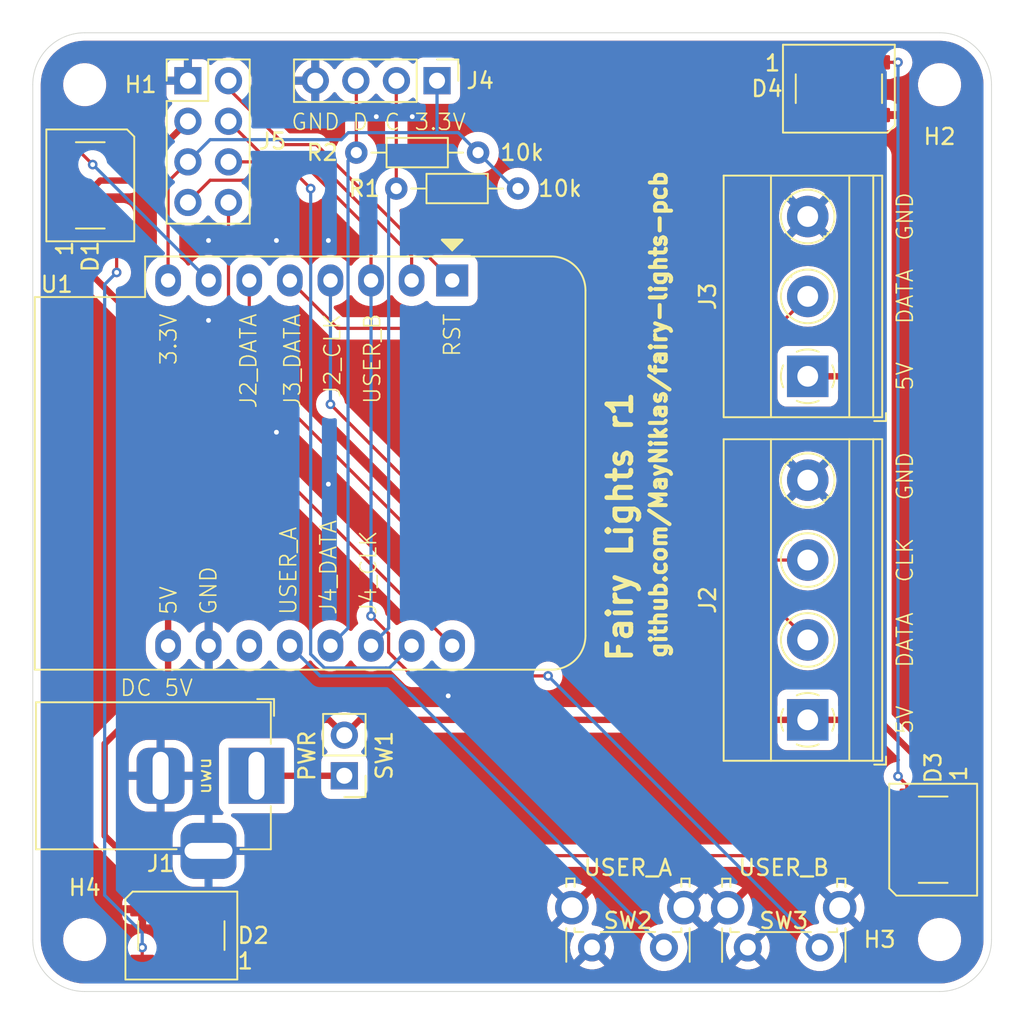
<source format=kicad_pcb>
(kicad_pcb (version 20240108) (generator "pcbnew") (generator_version "8.0")
  (title_block (title "Fairy Lights") (date "2024-11-08") (rev "1") (company "WASPS"))
  (layers (0 "F.Cu" signal) (31 "B.Cu" signal) (34 "B.Paste" user) (35 "F.Paste" user) (36 "B.SilkS" user "B.Silkscreen") (37 "F.SilkS" user "F.Silkscreen") (38 "B.Mask" user) (39 "F.Mask" user) (44 "Edge.Cuts" user))
  (net 0 "")
  (net 1 "+5V")
  (net 2 "GND")
  (net 3 "Net-(J2-DATA)")
  (net 4 "Net-(J2-CLK)")
  (net 5 "+3.3V")
  (net 6 "Net-(J3-DATA)")
  (net 7 "Net-(D1-DOUT)")
  (net 8 "Net-(D1-DIN)")
  (net 9 "UC_TX")
  (net 10 "UC_RST")
  (net 11 "UC_RX")
  (net 12 "UC_A0")
  (net 13 "UC_D0")
  (net 14 "Net-(U1-D3)")
  (net 16 "Net-(J4-CLK)")
  (net 17 "Net-(J4-DATA)")
  (net 18 "/5V_RAW")
  (net 19 "Net-(D2-DOUT)")
  (net 20 "Net-(D3-DOUT)")
  (footprint "Resistor_THT:R_Axial_DIN0204_L3.6mm_D1.6mm_P7.62mm_Horizontal" (layer "F.Cu") (at 87.87 67.5 180)
    (property "Reference" "R2" (at 9.75 0 0) (layer "F.SilkS"))
    (property "Value" "10k" (at -2.75 0 0) (layer "F.SilkS"))
    (fp_line (start 6.68 0) (end 5.73 0) (stroke (width 0.12)) (layer "F.SilkS"))
    (fp_line (start 5.73 0.92) (end 5.73 -0.92) (stroke (width 0.12)) (layer "F.SilkS"))
    (fp_line (start 5.73 -0.92) (end 1.89 -0.92) (stroke (width 0.12)) (layer "F.SilkS"))
    (fp_line (start 1.89 0.92) (end 5.73 0.92) (stroke (width 0.12)) (layer "F.SilkS"))
    (fp_line (start 1.89 -0.92) (end 1.89 0.92) (stroke (width 0.12)) (layer "F.SilkS"))
    (fp_line (start 0.94 0) (end 1.89 0) (stroke (width 0.12)) (layer "F.SilkS"))
    (pad "1" thru_hole circle (at 0 0 180) (size 1.4 1.4) (drill 0.7) (layers "*.Cu" "*.Mask") (net 5 "+3.3V"))
    (pad "2" thru_hole oval (at 7.62 0 180) (size 1.4 1.4) (drill 0.7) (layers "*.Cu" "*.Mask") (net 17 "Net-(J4-DATA)"))
  )
  (footprint "Resistor_THT:R_Axial_DIN0204_L3.6mm_D1.6mm_P7.62mm_Horizontal" (layer "F.Cu") (at 82.75 69.75)
    (property "Reference" "R1" (at -2 0 0) (layer "F.SilkS"))
    (property "Value" "10k" (at 10.25 0 0) (layer "F.SilkS"))
    (fp_line (start 0.94 0) (end 1.89 0) (stroke (width 0.12)) (layer "F.SilkS"))
    (fp_line (start 1.89 -0.92) (end 1.89 0.92) (stroke (width 0.12)) (layer "F.SilkS"))
    (fp_line (start 1.89 0.92) (end 5.73 0.92) (stroke (width 0.12)) (layer "F.SilkS"))
    (fp_line (start 5.73 -0.92) (end 1.89 -0.92) (stroke (width 0.12)) (layer "F.SilkS"))
    (fp_line (start 5.73 0.92) (end 5.73 -0.92) (stroke (width 0.12)) (layer "F.SilkS"))
    (fp_line (start 6.68 0) (end 5.73 0) (stroke (width 0.12)) (layer "F.SilkS"))
    (pad "1" thru_hole circle (at 0 0) (size 1.4 1.4) (drill 0.7) (layers "*.Cu" "*.Mask") (net 16 "Net-(J4-CLK)"))
    (pad "2" thru_hole oval (at 7.62 0) (size 1.4 1.4) (drill 0.7) (layers "*.Cu" "*.Mask") (net 5 "+3.3V"))
  )
  (footprint "LED_SMD:LED_WS2812B_PLCC4_5.0x5.0mm_P3.2mm" (layer "F.Cu") (at 63.6 69.55 90)
    (property "Reference" "D1" (at -4.45 0 90) (layer "F.SilkS"))
    (property "Value" "WS2812B")
    (fp_line (start -3.5 -2.75) (end 3.5 -2.75) (stroke (width 0.12)) (layer "F.SilkS"))
    (fp_line (start -3.5 -2.75) (end -3.5 2.75) (stroke (width 0.12)) (layer "F.SilkS"))
    (fp_line (start 2.7 0.9) (end 2.7 -0.9) (stroke (width 0.12)) (layer "F.SilkS"))
    (fp_line (start -2.7 0.9) (end -2.7 -0.9) (stroke (width 0.12)) (layer "F.SilkS"))
    (fp_line (start 3.5 2.3) (end 3.5 -2.75) (stroke (width 0.12)) (layer "F.SilkS"))
    (fp_line (start 3.05 2.75) (end 3.5 2.3) (stroke (width 0.12)) (layer "F.SilkS"))
    (fp_line (start -3.5 2.75) (end 3.05 2.75) (stroke (width 0.12)) (layer "F.SilkS"))
    (fp_text user "1" (at -3.95 -1.6 90) (layer "F.SilkS"))
    (pad "1" smd roundrect (at -2.45 -1.65 90) (size 1.5 0.9) (layers "F.Cu" "F.Paste" "F.Mask") (roundrect_rratio 0.1) (net 1 "+5V"))
    (pad "2" smd roundrect (at -2.45 1.65 90) (size 1.5 0.9) (layers "F.Cu" "F.Paste" "F.Mask") (roundrect_rratio 0.1) (net 7 "Net-(D1-DOUT)"))
    (pad "3" smd roundrect (at 2.45 1.65 90) (size 1.5 0.9) (layers "F.Cu" "F.Paste" "F.Mask") (roundrect_rratio 0.1) (net 2 "GND"))
    (pad "4" smd roundrect (at 2.45 -1.65 90) (size 1.5 0.9) (layers "F.Cu" "F.Paste" "F.Mask") (roundrect_rratio 0.1) (net 8 "Net-(D1-DIN)"))
  )
  (footprint "CustomLibrary:BarrelJack_Horizontal" (layer "F.Cu") (at 74 106.5)
    (property "Reference" "J1" (at -6 5.5 0) (layer "F.SilkS"))
    (property "Value" "Power_Jack")
    (fp_line (start -13.8 -4.6) (end 0.9 -4.6) (stroke (width 0.12)) (layer "F.SilkS"))
    (fp_line (start -13.8 4.6) (end -13.8 -4.6) (stroke (width 0.12)) (layer "F.SilkS"))
    (fp_line (start -5 4.6) (end -13.8 4.6) (stroke (width 0.12)) (layer "F.SilkS"))
    (fp_line (start 0.05 -4.8) (end 1.1 -4.8) (stroke (width 0.12)) (layer "F.SilkS"))
    (fp_line (start 0.9 -4.6) (end 0.9 -2) (stroke (width 0.12)) (layer "F.SilkS"))
    (fp_line (start 0.9 1.9) (end 0.9 4.6) (stroke (width 0.12)) (layer "F.SilkS"))
    (fp_line (start 0.9 4.6) (end -1 4.6) (stroke (width 0.12)) (layer "F.SilkS"))
    (fp_line (start 1.1 -3.75) (end 1.1 -4.8) (stroke (width 0.12)) (layer "F.SilkS"))
    (pad "1" thru_hole rect (at 0 0) (size 3.5 3.5) (drill oval 1 3) (layers "*.Cu" "*.Mask") (net 18 "/5V_RAW"))
    (pad "2" thru_hole roundrect (at -6 0) (size 3 3.5) (drill oval 1 3) (layers "*.Cu" "*.Mask") (net 2 "GND"))
    (pad "3" thru_hole roundrect (at -3 4.7) (size 3.5 3.5) (drill oval 3 1) (layers "*.Cu" "*.Mask") (net 2 "GND"))
  )
  (footprint "CustomLibrary:SW_Tactile_SPST_Angled_PTS645Vx31-2LFS_SH" (layer "F.Cu") (at 99.5 117.2441 180)
    (property "Reference" "SW2" (at 2.25 1.68 180) (layer "F.SilkS"))
    (property "Value" "USER_A" (at 2.25 4.9941 180) (layer "F.SilkS"))
    (fp_line (start 6.11 3.8) (end 6.11 4.31) (stroke (width 0.12)) (layer "F.SilkS"))
    (fp_line (start 6.11 -0.9) (end 6.11 1.2) (stroke (width 0.12)) (layer "F.SilkS"))
    (fp_line (start 5.59 4.31) (end 6.11 4.31) (stroke (width 0.12)) (layer "F.SilkS"))
    (fp_line (start 5.59 3.8) (end 5.59 4.31) (stroke (width 0.12)) (layer "F.SilkS"))
    (fp_line (start 5.59 0.97) (end 5.59 1.2) (stroke (width 0.12)) (layer "F.SilkS"))
    (fp_line (start 5.05 0.97) (end 5.59 0.97) (stroke (width 0.12)) (layer "F.SilkS"))
    (fp_line (start 0.55 0.97) (end 3.95 0.97) (stroke (width 0.12)) (layer "F.SilkS"))
    (fp_line (start -1.09 3.8) (end -1.09 4.31) (stroke (width 0.12)) (layer "F.SilkS"))
    (fp_line (start -1.09 0.97) (end -0.55 0.97) (stroke (width 0.12)) (layer "F.SilkS"))
    (fp_line (start -1.09 0.97) (end -1.09 1.2) (stroke (width 0.12)) (layer "F.SilkS"))
    (fp_line (start -1.61 4.31) (end -1.09 4.31) (stroke (width 0.12)) (layer "F.SilkS"))
    (fp_line (start -1.61 3.8) (end -1.61 4.31) (stroke (width 0.12)) (layer "F.SilkS"))
    (fp_line (start -1.61 -0.9) (end -1.61 1.2) (stroke (width 0.12)) (layer "F.SilkS"))
    (pad "1" thru_hole circle (at 0 0 180) (size 1.75 1.75) (drill 0.99) (layers "*.Cu" "*.Mask") (net 14 "Net-(U1-D3)"))
    (pad "2" thru_hole circle (at 4.5 0 180) (size 1.75 1.75) (drill 0.99) (layers "*.Cu" "*.Mask") (net 2 "GND"))
    (pad "SH" thru_hole circle (at -1.25 2.49 180) (size 2.1 2.1) (drill 1.3) (layers "*.Cu" "*.Mask") (net 2 "GND"))
    (pad "SH" thru_hole circle (at 5.76 2.49 180) (size 2.1 2.1) (drill 1.3) (layers "*.Cu" "*.Mask") (net 2 "GND"))
  )
  (footprint "CustomLibrary:TerminalBlock_LED_Strand_1x03" (layer "F.Cu") (at 108.5 81.5 90)
    (property "Reference" "J3" (at 5 -6.26 90) (layer "F.SilkS"))
    (property "Value" "Conn_LED_Strand_WS2812")
    (fp_line (start 12.56 -5.261) (end 12.56 4.66) (stroke (width 0.12)) (layer "F.SilkS"))
    (fp_line (start -2.56 -5.261) (end 12.56 -5.261) (stroke (width 0.12)) (layer "F.SilkS"))
    (fp_line (start -2.56 -5.261) (end -2.56 4.66) (stroke (width 0.12)) (layer "F.SilkS"))
    (fp_line (start -2.56 -2.301) (end 12.56 -2.301) (stroke (width 0.12)) (layer "F.SilkS"))
    (fp_line (start 11.07 -1.275) (end 11.035 -1.239) (stroke (width 0.12)) (layer "F.SilkS"))
    (fp_line (start 6.07 -1.275) (end 6.035 -1.239) (stroke (width 0.12)) (layer "F.SilkS"))
    (fp_line (start 11.275 -1.069) (end 11.228 -1.023) (stroke (width 0.12)) (layer "F.SilkS"))
    (fp_line (start 6.275 -1.069) (end 6.228 -1.023) (stroke (width 0.12)) (layer "F.SilkS"))
    (fp_line (start 8.773 1.023) (end 8.726 1.069) (stroke (width 0.12)) (layer "F.SilkS"))
    (fp_line (start 3.773 1.023) (end 3.726 1.069) (stroke (width 0.12)) (layer "F.SilkS"))
    (fp_line (start 8.966 1.239) (end 8.931 1.274) (stroke (width 0.12)) (layer "F.SilkS"))
    (fp_line (start 3.966 1.239) (end 3.931 1.274) (stroke (width 0.12)) (layer "F.SilkS"))
    (fp_line (start -2.56 2.6) (end 12.56 2.6) (stroke (width 0.12)) (layer "F.SilkS"))
    (fp_line (start -2.56 4.1) (end 12.56 4.1) (stroke (width 0.12)) (layer "F.SilkS"))
    (fp_line (start -2.8 4.16) (end -2.8 4.9) (stroke (width 0.12)) (layer "F.SilkS"))
    (fp_line (start -2.56 4.66) (end 12.56 4.66) (stroke (width 0.12)) (layer "F.SilkS"))
    (fp_line (start -2.8 4.9) (end -2.3 4.9) (stroke (width 0.12)) (layer "F.SilkS"))
    (fp_arc (start -0.683042 -1.535427) (mid 0.000524 -1.680501) (end 0.684 -1.535) (stroke (width 0.12)) (layer "F.SilkS"))
    (fp_arc (start 1.535427 -0.683042) (mid 1.680501 0.000524) (end 1.535 0.684) (stroke (width 0.12)) (layer "F.SilkS"))
    (fp_arc (start -1.535427 0.683042) (mid -1.680501 -0.000524) (end -1.535 -0.684) (stroke (width 0.12)) (layer "F.SilkS"))
    (fp_arc (start 0.683318 1.534756) (mid 0.349292 1.643288) (end 0 1.68) (stroke (width 0.12)) (layer "F.SilkS"))
    (fp_arc (start 0.028805 1.680253) (mid -0.335551 1.646659) (end -0.684 1.535) (stroke (width 0.12)) (layer "F.SilkS"))
    (fp_circle (center 10 0) (end 11.68 0) (stroke (width 0.12)) (fill none) (layer "F.SilkS"))
    (fp_circle (center 5 0) (end 6.68 0) (stroke (width 0.12)) (fill none) (layer "F.SilkS"))
    (pad "1" thru_hole rect (at 0 0 90) (size 2.6 2.6) (drill 1.3) (layers "*.Cu" "*.Mask") (net 1 "+5V"))
    (pad "2" thru_hole circle (at 5 0 90) (size 2.6 2.6) (drill 1.3) (layers "*.Cu" "*.Mask") (net 6 "Net-(J3-DATA)"))
    (pad "3" thru_hole circle (at 10 0 90) (size 2.6 2.6) (drill 1.3) (layers "*.Cu" "*.Mask") (net 2 "GND"))
  )
  (footprint "MountingHole:MountingHole_2.2mm_M2" (layer "F.Cu") (at 116.75 116.75)
    (property "Reference" "H3" (at -3.75 0 0) (layer "F.SilkS"))
    (property "Value" "MountingHole")
    (pad "" np_thru_hole circle (at 0 0) (size 2.2 2.2) (drill 2.2) (layers "*.Cu" "*.Mask"))
  )
  (footprint "LED_SMD:LED_WS2812B_PLCC4_5.0x5.0mm_P3.2mm" (layer "F.Cu") (at 110.45 63.5)
    (property "Reference" "D4" (at -4.5 0 0) (layer "F.SilkS"))
    (property "Value" "WS2812B")
    (fp_line (start -3.5 -2.75) (end -3.5 2.75) (stroke (width 0.12)) (layer "F.SilkS"))
    (fp_line (start -3.5 -2.75) (end 3.5 -2.75) (stroke (width 0.12)) (layer "F.SilkS"))
    (fp_line (start -3.5 2.75) (end 3.05 2.75) (stroke (width 0.12)) (layer "F.SilkS"))
    (fp_line (start -2.7 0.9) (end -2.7 -0.9) (stroke (width 0.12)) (layer "F.SilkS"))
    (fp_line (start 2.7 0.9) (end 2.7 -0.9) (stroke (width 0.12)) (layer "F.SilkS"))
    (fp_line (start 3.05 2.75) (end 3.5 2.3) (stroke (width 0.12)) (layer "F.SilkS"))
    (fp_line (start 3.5 2.3) (end 3.5 -2.75) (stroke (width 0.12)) (layer "F.SilkS"))
    (fp_text user "1" (at -4.15 -1.6 0) (layer "F.SilkS"))
    (pad "1" smd roundrect (at -2.45 -1.65) (size 1.5 0.9) (layers "F.Cu" "F.Paste" "F.Mask") (roundrect_rratio 0.1) (net 1 "+5V"))
    (pad "2" smd roundrect (at -2.45 1.65) (size 1.5 0.9) (layers "F.Cu" "F.Paste" "F.Mask") (roundrect_rratio 0.1))
    (pad "3" smd roundrect (at 2.45 1.65) (size 1.5 0.9) (layers "F.Cu" "F.Paste" "F.Mask") (roundrect_rratio 0.1) (net 2 "GND"))
    (pad "4" smd roundrect (at 2.45 -1.65) (size 1.5 0.9) (layers "F.Cu" "F.Paste" "F.Mask") (roundrect_rratio 0.1) (net 20 "Net-(D3-DOUT)"))
  )
  (footprint "MountingHole:MountingHole_2.2mm_M2" (layer "F.Cu") (at 116.75 63.25)
    (property "Reference" "H2" (at 0 3.25 0) (layer "F.SilkS"))
    (property "Value" "MountingHole")
    (pad "" np_thru_hole circle (at 0 0) (size 2.2 2.2) (drill 2.2) (layers "*.Cu" "*.Mask"))
  )
  (footprint "CustomLibrary:WEMOS_D1_mini_light" (layer "F.Cu") (at 86.25 75.5 -90)
    (property "Reference" "U1" (at 0.25 24.75 0) (layer "F.SilkS"))
    (property "Value" "WeMos_D1_mini")
    (fp_line (start 1.04 26.12) (end 24.36 26.12) (stroke (width 0.12)) (layer "F.SilkS"))
    (fp_line (start 24.36 26.12) (end 24.36 -6.21) (stroke (width 0.12)) (layer "F.SilkS"))
    (fp_line (start -1.5 19.22) (end 1.04 19.22) (stroke (width 0.12)) (layer "F.SilkS"))
    (fp_line (start -1.5 19.22) (end -1.5 -6.21) (stroke (width 0.12)) (layer "F.SilkS"))
    (fp_line (start 1.04 19.22) (end 1.04 26.12) (stroke (width 0.12)) (layer "F.SilkS"))
    (fp_line (start 22.24 -8.34) (end 0.63 -8.34) (stroke (width 0.12)) (layer "F.SilkS"))
    (fp_arc (start -1.5 -6.21) (mid -0.876137 -7.716137) (end 0.63 -8.34) (stroke (width 0.12)) (layer "F.SilkS"))
    (fp_arc (start 22.23 -8.34) (mid 23.736137 -7.716137) (end 24.36 -6.21) (stroke (width 0.12)) (layer "F.SilkS"))
    (fp_poly (pts (xy -2.54 -0.635) (xy -2.54 0.635) (xy -1.905 0)) (stroke (width 0.15)) (fill solid) (layer "F.SilkS"))
    (pad "1" thru_hole rect (at 0 0 270) (size 2 2) (drill 0.9) (layers "*.Cu" "*.Mask") (net 10 "UC_RST"))
    (pad "2" thru_hole oval (at 0 2.54 270) (size 2 1.6) (drill 0.9) (layers "*.Cu" "*.Mask") (net 12 "UC_A0"))
    (pad "3" thru_hole oval (at 0 5.08 270) (size 2 1.6) (drill 0.9) (layers "*.Cu" "*.Mask") (net 13 "UC_D0"))
    (pad "4" thru_hole oval (at 0 7.62 270) (size 2 1.6) (drill 0.9) (layers "*.Cu" "*.Mask") (net 4 "Net-(J2-CLK)"))
    (pad "5" thru_hole oval (at 0 10.16 270) (size 2 1.6) (drill 0.9) (layers "*.Cu" "*.Mask") (net 6 "Net-(J3-DATA)"))
    (pad "6" thru_hole oval (at 0 12.7 270) (size 2 1.6) (drill 0.9) (layers "*.Cu" "*.Mask") (net 3 "Net-(J2-DATA)"))
    (pad "7" thru_hole oval (at 0 15.24 270) (size 2 1.6) (drill 0.9) (layers "*.Cu" "*.Mask") (net 8 "Net-(D1-DIN)"))
    (pad "8" thru_hole oval (at 0 17.78 270) (size 2 1.6) (drill 0.9) (layers "*.Cu" "*.Mask") (net 5 "+3.3V"))
    (pad "9" thru_hole oval (at 22.86 17.78 270) (size 2 1.6) (drill 0.9) (layers "*.Cu" "*.Mask") (net 1 "+5V"))
    (pad "10" thru_hole oval (at 22.86 15.24 270) (size 2 1.6) (drill 0.9) (layers "*.Cu" "*.Mask") (net 2 "GND"))
    (pad "11" thru_hole oval (at 22.86 12.7 270) (size 2 1.6) (drill 0.9) (layers "*.Cu" "*.Mask"))
    (pad "12" thru_hole oval (at 22.86 10.16 270) (size 2 1.6) (drill 0.9) (layers "*.Cu" "*.Mask") (net 14 "Net-(U1-D3)"))
    (pad "13" thru_hole oval (at 22.86 7.62 270) (size 2 1.6) (drill 0.9) (layers "*.Cu" "*.Mask") (net 17 "Net-(J4-DATA)"))
    (pad "14" thru_hole oval (at 22.86 5.08 270) (size 2 1.6) (drill 0.9) (layers "*.Cu" "*.Mask") (net 16 "Net-(J4-CLK)"))
    (pad "15" thru_hole oval (at 22.86 2.54 270) (size 2 1.6) (drill 0.9) (layers "*.Cu" "*.Mask") (net 11 "UC_RX"))
    (pad "16" thru_hole oval (at 22.86 0 270) (size 2 1.6) (drill 0.9) (layers "*.Cu" "*.Mask") (net 9 "UC_TX"))
  )
  (footprint "MountingHole:MountingHole_2.2mm_M2" (layer "F.Cu") (at 63.25 63.25)
    (property "Reference" "H1" (at 3.5 0 0) (layer "F.SilkS"))
    (property "Value" "MountingHole")
    (pad "" np_thru_hole circle (at 0 0) (size 2.2 2.2) (drill 2.2) (layers "*.Cu" "*.Mask"))
  )
  (footprint "Connector_PinHeader_2.54mm:PinHeader_2x04_P2.54mm_Vertical" (layer "F.Cu") (at 69.71 63)
    (property "Reference" "J5" (at 5.29 3.79 180) (layer "F.SilkS"))
    (property "Value" "Conn_02x04_Top_Bottom")
    (fp_line (start -1.33 -1.33) (end 0 -1.33) (stroke (width 0.12)) (layer "F.SilkS"))
    (fp_line (start -1.33 0) (end -1.33 -1.33) (stroke (width 0.12)) (layer "F.SilkS"))
    (fp_line (start -1.33 1.27) (end -1.33 8.95) (stroke (width 0.12)) (layer "F.SilkS"))
    (fp_line (start -1.33 1.27) (end 1.27 1.27) (stroke (width 0.12)) (layer "F.SilkS"))
    (fp_line (start -1.33 8.95) (end 3.87 8.95) (stroke (width 0.12)) (layer "F.SilkS"))
    (fp_line (start 1.27 -1.33) (end 3.87 -1.33) (stroke (width 0.12)) (layer "F.SilkS"))
    (fp_line (start 1.27 1.27) (end 1.27 -1.33) (stroke (width 0.12)) (layer "F.SilkS"))
    (fp_line (start 3.87 -1.33) (end 3.87 8.95) (stroke (width 0.12)) (layer "F.SilkS"))
    (pad "1" thru_hole rect (at 0 0) (size 1.7 1.7) (drill 1) (layers "*.Cu" "*.Mask") (net 2 "GND"))
    (pad "2" thru_hole oval (at 2.54 0) (size 1.7 1.7) (drill 1) (layers "*.Cu" "*.Mask") (net 10 "UC_RST"))
    (pad "3" thru_hole oval (at 0 2.54) (size 1.7 1.7) (drill 1) (layers "*.Cu" "*.Mask") (net 1 "+5V"))
    (pad "4" thru_hole oval (at 2.54 2.54) (size 1.7 1.7) (drill 1) (layers "*.Cu" "*.Mask") (net 12 "UC_A0"))
    (pad "5" thru_hole oval (at 0 5.08) (size 1.7 1.7) (drill 1) (layers "*.Cu" "*.Mask") (net 5 "+3.3V"))
    (pad "6" thru_hole oval (at 2.54 5.08) (size 1.7 1.7) (drill 1) (layers "*.Cu" "*.Mask") (net 13 "UC_D0"))
    (pad "7" thru_hole oval (at 0 7.62) (size 1.7 1.7) (drill 1) (layers "*.Cu" "*.Mask") (net 11 "UC_RX"))
    (pad "8" thru_hole oval (at 2.54 7.62) (size 1.7 1.7) (drill 1) (layers "*.Cu" "*.Mask") (net 9 "UC_TX"))
  )
  (footprint "CustomLibrary:TerminalBlock_LED_Strand_1x04" (layer "F.Cu") (at 108.5 103 90)
    (property "Reference" "J2" (at 7.5 -6.26 90) (layer "F.SilkS"))
    (property "Value" "Conn_LED_Strand_SPI")
    (fp_line (start 17.561 -5.261) (end 17.561 4.66) (stroke (width 0.12)) (layer "F.SilkS"))
    (fp_line (start -2.56 -5.261) (end 17.561 -5.261) (stroke (width 0.12)) (layer "F.SilkS"))
    (fp_line (start -2.56 -5.261) (end -2.56 4.66) (stroke (width 0.12)) (layer "F.SilkS"))
    (fp_line (start -2.56 -2.301) (end 17.561 -2.301) (stroke (width 0.12)) (layer "F.SilkS"))
    (fp_line (start 16.07 -1.275) (end 16.035 -1.239) (stroke (width 0.12)) (layer "F.SilkS"))
    (fp_line (start 11.07 -1.275) (end 11.035 -1.239) (stroke (width 0.12)) (layer "F.SilkS"))
    (fp_line (start 6.07 -1.275) (end 6.035 -1.239) (stroke (width 0.12)) (layer "F.SilkS"))
    (fp_line (start 16.275 -1.069) (end 16.228 -1.023) (stroke (width 0.12)) (layer "F.SilkS"))
    (fp_line (start 11.275 -1.069) (end 11.228 -1.023) (stroke (width 0.12)) (layer "F.SilkS"))
    (fp_line (start 6.275 -1.069) (end 6.228 -1.023) (stroke (width 0.12)) (layer "F.SilkS"))
    (fp_line (start 13.773 1.023) (end 13.726 1.069) (stroke (width 0.12)) (layer "F.SilkS"))
    (fp_line (start 8.773 1.023) (end 8.726 1.069) (stroke (width 0.12)) (layer "F.SilkS"))
    (fp_line (start 3.773 1.023) (end 3.726 1.069) (stroke (width 0.12)) (layer "F.SilkS"))
    (fp_line (start 13.966 1.239) (end 13.931 1.274) (stroke (width 0.12)) (layer "F.SilkS"))
    (fp_line (start 8.966 1.239) (end 8.931 1.274) (stroke (width 0.12)) (layer "F.SilkS"))
    (fp_line (start 3.966 1.239) (end 3.931 1.274) (stroke (width 0.12)) (layer "F.SilkS"))
    (fp_line (start -2.56 2.6) (end 17.561 2.6) (stroke (width 0.12)) (layer "F.SilkS"))
    (fp_line (start -2.56 4.1) (end 17.561 4.1) (stroke (width 0.12)) (layer "F.SilkS"))
    (fp_line (start -2.8 4.16) (end -2.8 4.9) (stroke (width 0.12)) (layer "F.SilkS"))
    (fp_line (start -2.56 4.66) (end 17.561 4.66) (stroke (width 0.12)) (layer "F.SilkS"))
    (fp_line (start -2.8 4.9) (end -2.3 4.9) (stroke (width 0.12)) (layer "F.SilkS"))
    (fp_arc (start -0.683042 -1.535427) (mid 0.000524 -1.680501) (end 0.684 -1.535) (stroke (width 0.12)) (layer "F.SilkS"))
    (fp_arc (start 1.535427 -0.683042) (mid 1.680501 0.000524) (end 1.535 0.684) (stroke (width 0.12)) (layer "F.SilkS"))
    (fp_arc (start -1.535427 0.683042) (mid -1.680501 -0.000524) (end -1.535 -0.684) (stroke (width 0.12)) (layer "F.SilkS"))
    (fp_arc (start 0.683318 1.534756) (mid 0.349292 1.643288) (end 0 1.68) (stroke (width 0.12)) (layer "F.SilkS"))
    (fp_arc (start 0.028805 1.680253) (mid -0.335551 1.646659) (end -0.684 1.535) (stroke (width 0.12)) (layer "F.SilkS"))
    (fp_circle (center 15 0) (end 16.68 0) (stroke (width 0.12)) (fill none) (layer "F.SilkS"))
    (fp_circle (center 10 0) (end 11.68 0) (stroke (width 0.12)) (fill none) (layer "F.SilkS"))
    (fp_circle (center 5 0) (end 6.68 0) (stroke (width 0.12)) (fill none) (layer "F.SilkS"))
    (pad "1" thru_hole rect (at 0 0 90) (size 2.6 2.6) (drill 1.3) (layers "*.Cu" "*.Mask") (net 1 "+5V"))
    (pad "2" thru_hole circle (at 5 0 90) (size 2.6 2.6) (drill 1.3) (layers "*.Cu" "*.Mask") (net 3 "Net-(J2-DATA)"))
    (pad "3" thru_hole circle (at 10 0 90) (size 2.6 2.6) (drill 1.3) (layers "*.Cu" "*.Mask") (net 4 "Net-(J2-CLK)"))
    (pad "4" thru_hole circle (at 15 0 90) (size 2.6 2.6) (drill 1.3) (layers "*.Cu" "*.Mask") (net 2 "GND"))
  )
  (footprint "MountingHole:MountingHole_2.2mm_M2" (layer "F.Cu") (at 63.25 116.75)
    (property "Reference" "H4" (at 0 -3.25 0) (layer "F.SilkS"))
    (property "Value" "MountingHole")
    (pad "" np_thru_hole circle (at 0 0) (size 2.2 2.2) (drill 2.2) (layers "*.Cu" "*.Mask"))
  )
  (footprint "LED_SMD:LED_WS2812B_PLCC4_5.0x5.0mm_P3.2mm" (layer "F.Cu") (at 116.35 110.5 -90)
    (property "Reference" "D3" (at -4.5 0 90) (layer "F.SilkS"))
    (property "Value" "WS2812B")
    (fp_line (start -3.5 2.75) (end 3.05 2.75) (stroke (width 0.12)) (layer "F.SilkS"))
    (fp_line (start 3.05 2.75) (end 3.5 2.3) (stroke (width 0.12)) (layer "F.SilkS"))
    (fp_line (start 3.5 2.3) (end 3.5 -2.75) (stroke (width 0.12)) (layer "F.SilkS"))
    (fp_line (start -2.7 0.9) (end -2.7 -0.9) (stroke (width 0.12)) (layer "F.SilkS"))
    (fp_line (start 2.7 0.9) (end 2.7 -0.9) (stroke (width 0.12)) (layer "F.SilkS"))
    (fp_line (start -3.5 -2.75) (end -3.5 2.75) (stroke (width 0.12)) (layer "F.SilkS"))
    (fp_line (start -3.5 -2.75) (end 3.5 -2.75) (stroke (width 0.12)) (layer "F.SilkS"))
    (fp_text user "1" (at -4.15 -1.6 90) (layer "F.SilkS"))
    (pad "1" smd roundrect (at -2.45 -1.65 270) (size 1.5 0.9) (layers "F.Cu" "F.Paste" "F.Mask") (roundrect_rratio 0.1) (net 1 "+5V"))
    (pad "2" smd roundrect (at -2.45 1.65 270) (size 1.5 0.9) (layers "F.Cu" "F.Paste" "F.Mask") (roundrect_rratio 0.1) (net 20 "Net-(D3-DOUT)"))
    (pad "3" smd roundrect (at 2.45 1.65 270) (size 1.5 0.9) (layers "F.Cu" "F.Paste" "F.Mask") (roundrect_rratio 0.1) (net 2 "GND"))
    (pad "4" smd roundrect (at 2.45 -1.65 270) (size 1.5 0.9) (layers "F.Cu" "F.Paste" "F.Mask") (roundrect_rratio 0.1) (net 19 "Net-(D2-DOUT)"))
  )
  (footprint "LED_SMD:LED_WS2812B_PLCC4_5.0x5.0mm_P3.2mm" (layer "F.Cu") (at 69.3 116.5 180)
    (property "Reference" "D2" (at -4.5 0 0) (layer "F.SilkS"))
    (property "Value" "WS2812B")
    (fp_line (start 3.5 2.3) (end 3.5 -2.75) (stroke (width 0.12)) (layer "F.SilkS"))
    (fp_line (start 3.05 2.75) (end 3.5 2.3) (stroke (width 0.12)) (layer "F.SilkS"))
    (fp_line (start 2.7 0.9) (end 2.7 -0.9) (stroke (width 0.12)) (layer "F.SilkS"))
    (fp_line (start -2.7 0.9) (end -2.7 -0.9) (stroke (width 0.12)) (layer "F.SilkS"))
    (fp_line (start -3.5 2.75) (end 3.05 2.75) (stroke (width 0.12)) (layer "F.SilkS"))
    (fp_line (start -3.5 -2.75) (end 3.5 -2.75) (stroke (width 0.12)) (layer "F.SilkS"))
    (fp_line (start -3.5 -2.75) (end -3.5 2.75) (stroke (width 0.12)) (layer "F.SilkS"))
    (fp_text user "1" (at -4 -1.6 0) (layer "F.SilkS"))
    (pad "1" smd roundrect (at -2.45 -1.65 180) (size 1.5 0.9) (layers "F.Cu" "F.Paste" "F.Mask") (roundrect_rratio 0.1) (net 1 "+5V"))
    (pad "2" smd roundrect (at -2.45 1.65 180) (size 1.5 0.9) (layers "F.Cu" "F.Paste" "F.Mask") (roundrect_rratio 0.1) (net 19 "Net-(D2-DOUT)"))
    (pad "3" smd roundrect (at 2.45 1.65 180) (size 1.5 0.9) (layers "F.Cu" "F.Paste" "F.Mask") (roundrect_rratio 0.1) (net 2 "GND"))
    (pad "4" smd roundrect (at 2.45 -1.65 180) (size 1.5 0.9) (layers "F.Cu" "F.Paste" "F.Mask") (roundrect_rratio 0.1) (net 7 "Net-(D1-DOUT)"))
  )
  (footprint "Connector_PinHeader_2.54mm:PinHeader_1x04_P2.54mm_Vertical" (layer "F.Cu") (at 85.3 63 -90)
    (property "Reference" "J4" (at 0 -2.7 180) (layer "F.SilkS"))
    (property "Value" "Conn_I2C")
    (fp_line (start -1.33 8.95) (end 1.33 8.95) (stroke (width 0.12)) (layer "F.SilkS"))
    (fp_line (start -1.33 1.27) (end -1.33 8.95) (stroke (width 0.12)) (layer "F.SilkS"))
    (fp_line (start -1.33 1.27) (end 1.33 1.27) (stroke (width 0.12)) (layer "F.SilkS"))
    (fp_line (start 1.33 1.27) (end 1.33 8.95) (stroke (width 0.12)) (layer "F.SilkS"))
    (fp_line (start -1.33 0) (end -1.33 -1.33) (stroke (width 0.12)) (layer "F.SilkS"))
    (fp_line (start -1.33 -1.33) (end 0 -1.33) (stroke (width 0.12)) (layer "F.SilkS"))
    (pad "1" thru_hole rect (at 0 0 270) (size 1.7 1.7) (drill 1) (layers "*.Cu" "*.Mask") (net 5 "+3.3V"))
    (pad "2" thru_hole oval (at 0 2.54 270) (size 1.7 1.7) (drill 1) (layers "*.Cu" "*.Mask") (net 16 "Net-(J4-CLK)"))
    (pad "3" thru_hole oval (at 0 5.08 270) (size 1.7 1.7) (drill 1) (layers "*.Cu" "*.Mask") (net 17 "Net-(J4-DATA)"))
    (pad "4" thru_hole oval (at 0 7.62 270) (size 1.7 1.7) (drill 1) (layers "*.Cu" "*.Mask") (net 2 "GND"))
  )
  (footprint "CustomLibrary:SW_Tactile_SPST_Angled_PTS645Vx31-2LFS_SH" (layer "F.Cu") (at 109.25 117.25 180)
    (property "Reference" "SW3" (at 2.25 1.68 180) (layer "F.SilkS"))
    (property "Value" "USER_B" (at 2.25 5 180) (layer "F.SilkS"))
    (fp_line (start 6.11 3.8) (end 6.11 4.31) (stroke (width 0.12)) (layer "F.SilkS"))
    (fp_line (start 6.11 -0.9) (end 6.11 1.2) (stroke (width 0.12)) (layer "F.SilkS"))
    (fp_line (start 5.59 4.31) (end 6.11 4.31) (stroke (width 0.12)) (layer "F.SilkS"))
    (fp_line (start 5.59 3.8) (end 5.59 4.31) (stroke (width 0.12)) (layer "F.SilkS"))
    (fp_line (start 5.59 0.97) (end 5.59 1.2) (stroke (width 0.12)) (layer "F.SilkS"))
    (fp_line (start 5.05 0.97) (end 5.59 0.97) (stroke (width 0.12)) (layer "F.SilkS"))
    (fp_line (start 0.55 0.97) (end 3.95 0.97) (stroke (width 0.12)) (layer "F.SilkS"))
    (fp_line (start -1.09 3.8) (end -1.09 4.31) (stroke (width 0.12)) (layer "F.SilkS"))
    (fp_line (start -1.09 0.97) (end -0.55 0.97) (stroke (width 0.12)) (layer "F.SilkS"))
    (fp_line (start -1.09 0.97) (end -1.09 1.2) (stroke (width 0.12)) (layer "F.SilkS"))
    (fp_line (start -1.61 4.31) (end -1.09 4.31) (stroke (width 0.12)) (layer "F.SilkS"))
    (fp_line (start -1.61 3.8) (end -1.61 4.31) (stroke (width 0.12)) (layer "F.SilkS"))
    (fp_line (start -1.61 -0.9) (end -1.61 1.2) (stroke (width 0.12)) (layer "F.SilkS"))
    (pad "1" thru_hole circle (at 0 0 180) (size 1.75 1.75) (drill 0.99) (layers "*.Cu" "*.Mask") (net 13 "UC_D0"))
    (pad "2" thru_hole circle (at 4.5 0 180) (size 1.75 1.75) (drill 0.99) (layers "*.Cu" "*.Mask") (net 2 "GND"))
    (pad "SH" thru_hole circle (at -1.25 2.49 180) (size 2.1 2.1) (drill 1.3) (layers "*.Cu" "*.Mask") (net 2 "GND"))
    (pad "SH" thru_hole circle (at 5.76 2.49 180) (size 2.1 2.1) (drill 1.3) (layers "*.Cu" "*.Mask") (net 2 "GND"))
  )
  (footprint "Connector_PinHeader_2.54mm:PinHeader_1x02_P2.54mm_Vertical" (layer "F.Cu") (at 79.5 106.5 180)
    (property "Reference" "SW1" (at -2.5 1.275 90) (layer "F.SilkS"))
    (property "Value" "SW_PWR")
    (fp_line (start 1.33 1.27) (end 1.33 3.87) (stroke (width 0.12)) (layer "F.SilkS"))
    (fp_line (start -1.33 3.87) (end 1.33 3.87) (stroke (width 0.12)) (layer "F.SilkS"))
    (fp_line (start -1.33 1.27) (end 1.33 1.27) (stroke (width 0.12)) (layer "F.SilkS"))
    (fp_line (start -1.33 1.27) (end -1.33 3.87) (stroke (width 0.12)) (layer "F.SilkS"))
    (fp_line (start -1.33 0) (end -1.33 -1.33) (stroke (width 0.12)) (layer "F.SilkS"))
    (fp_line (start -1.33 -1.33) (end 0 -1.33) (stroke (width 0.12)) (layer "F.SilkS"))
    (pad "1" thru_hole rect (at 0 0 180) (size 1.7 1.7) (drill 1) (layers "*.Cu" "*.Mask") (net 18 "/5V_RAW"))
    (pad "2" thru_hole oval (at 0 2.54 180) (size 1.7 1.7) (drill 1) (layers "*.Cu" "*.Mask") (net 1 "+5V"))
  )
  (gr_arc (start 60 63.25) (mid 60.951903 60.951903) (end 63.25 60) (stroke (width 0.05)) (layer "Edge.Cuts"))
  (gr_line (start 120 63.25) (end 120 116.75) (stroke (width 0.05)) (layer "Edge.Cuts"))
  (gr_arc (start 120 116.75) (mid 119.048097 119.048097) (end 116.75 120) (stroke (width 0.05)) (layer "Edge.Cuts"))
  (gr_line (start 63.25 60) (end 116.75 60) (stroke (width 0.05)) (layer "Edge.Cuts"))
  (gr_line (start 116.75 120) (end 63.25 120) (stroke (width 0.05)) (layer "Edge.Cuts"))
  (gr_line (start 60 116.75) (end 60 63.25) (stroke (width 0.05)) (layer "Edge.Cuts"))
  (gr_arc (start 116.75 60) (mid 119.048097 60.951903) (end 120 63.25) (stroke (width 0.05)) (layer "Edge.Cuts"))
  (gr_arc (start 63.25 120) (mid 60.951903 119.048097) (end 60 116.75) (stroke (width 0.05)) (layer "Edge.Cuts"))
  (gr_text "3.3V" (at 85.5 65 0) (layer "F.SilkS") (effects (font (size 1 1) (thickness 0.1)) (justify top)))
  (gr_text "GND" (at 77.7 65 0) (layer "F.SilkS") (effects (font (size 1 1) (thickness 0.1)) (justify top)))
  (gr_text "CLK" (at 114 93 90) (layer "F.SilkS") (effects (font (size 1 1) (thickness 0.1)) (justify top)))
  (gr_text "USER_B" (at 81.25 77.5 90) (layer "F.SilkS") (effects (font (size 1 1) (thickness 0.1)) (justify right)))
  (gr_text "J2_DATA" (at 73.5 77.5 90) (layer "F.SilkS") (effects (font (size 1 1) (thickness 0.1)) (justify right)))
  (gr_text "J3_DATA" (at 76.25 77.5 90) (layer "F.SilkS") (effects (font (size 1 1) (thickness 0.1)) (justify right)))
  (gr_text "github.com/MayNiklas/fairy-lights-pcb" (at 99.75 99.25 90) (layer "F.SilkS") (effects (font (size 1 1) (thickness 0.25) (bold yes)) (justify left bottom)))
  (gr_text "5V" (at 114 103 90) (layer "F.SilkS") (effects (font (size 1 1) (thickness 0.1)) (justify top)))
  (gr_text "DC 5V" (at 67.75 101 0) (layer "F.SilkS") (effects (font (size 1 1) (thickness 0.1))))
  (gr_text "PWR" (at 77.75 105.25 90) (layer "F.SilkS") (effects (font (size 1 1)) (justify bottom)))
  (gr_text "5V" (at 114 81.5 90) (layer "F.SilkS") (effects (font (size 1 1) (thickness 0.1)) (justify top)))
  (gr_text "J2_CLK" (at 78.75 77.5 90) (layer "F.SilkS") (effects (font (size 1 1) (thickness 0.1)) (justify right)))
  (gr_text "5V" (at 68.5 96.5 90) (layer "F.SilkS") (effects (font (size 1 1) (thickness 0.1)) (justify left)))
  (gr_text "DATA" (at 114 76.5 90) (layer "F.SilkS") (effects (font (size 1 1) (thickness 0.1)) (justify top)))
  (gr_text "uwu" (at 70.75 106.5 90) (layer "F.SilkS") (effects (font (size 0.8 0.8) (thickness 0.12))))
  (gr_text "3.3V" (at 68.5 77.5 90) (layer "F.SilkS") (effects (font (size 1 1) (thickness 0.1)) (justify right)))
  (gr_text "DATA" (at 114 98 90) (layer "F.SilkS") (effects (font (size 1 1) (thickness 0.1)) (justify top)))
  (gr_text "USER_A" (at 76 96.5 90) (layer "F.SilkS") (effects (font (size 1 1) (thickness 0.1)) (justify left)))
  (gr_text "J4_CLK" (at 81 96.5 90) (layer "F.SilkS") (effects (font (size 1 1) (thickness 0.1)) (justify left)))
  (gr_text "GND" (at 71 96.5 90) (layer "F.SilkS") (effects (font (size 1 1) (thickness 0.1)) (justify left)))
  (gr_text "RST" (at 86.25 77.5 90) (layer "F.SilkS") (effects (font (size 1 1) (thickness 0.1)) (justify right)))
  (gr_text "GND" (at 114 87.75 90) (layer "F.SilkS") (effects (font (size 1 1) (thickness 0.1)) (justify top)))
  (gr_text "D" (at 80.5 65 0) (layer "F.SilkS") (effects (font (size 1 1) (thickness 0.1)) (justify top)))
  (gr_text "J4_DATA" (at 78.5 96.5 90) (layer "F.SilkS") (effects (font (size 1 1) (thickness 0.1)) (justify left)))
  (gr_text "C" (at 82.5 65 0) (layer "F.SilkS") (effects (font (size 1 1) (thickness 0.1)) (justify top)))
  (gr_text "Fairy Lights r1" (at 96.75 99.5 90) (layer "F.SilkS") (effects (font (size 1.5 1.5) (thickness 0.3) (bold yes)) (justify left)))
  (gr_text "GND" (at 114 71.5 90) (layer "F.SilkS") (effects (font (size 1 1) (thickness 0.1)) (justify top)))
  (segment (start 112.95 103) (end 108.5 103) (width 0.4) (layer "F.Cu") (net 1))
  (segment (start 68.4847 103) (end 68.4847 100.1764) (width 0.4) (layer "F.Cu") (net 1))
  (segment (start 64.5 104.5) (end 66 103) (width 0.4) (layer "F.Cu") (net 1))
  (segment (start 68.4847 100.1764) (end 68.47 100.1617) (width 0.4) (layer "F.Cu") (net 1))
  (segment (start 61.95 72) (end 61.95 71.525) (width 0.4) (layer "F.Cu") (net 1))
  (segment (start 108 62.7689) (end 112.95 67.7189) (width 0.4) (layer "F.Cu") (net 1))
  (segment (start 66 103) (end 68.4847 103) (width 0.4) (layer "F.Cu") (net 1))
  (segment (start 61.95 71.525) (end 64.225 69.25) (width 0.4) (layer "F.Cu") (net 1))
  (segment (start 112.95 81.5) (end 108.5 81.5) (width 0.4) (layer "F.Cu") (net 1))
  (segment (start 64.5 110.25) (end 64.5 104.5) (width 0.4) (layer "F.Cu") (net 1))
  (segment (start 108.5 103) (end 80.46 103) (width 0.4) (layer "F.Cu") (net 1))
  (segment (start 80.46 103) (end 79.5 103.96) (width 0.4) (layer "F.Cu") (net 1))
  (segment (start 118 108.05) (end 112.95 103) (width 0.4) (layer "F.Cu") (net 1))
  (segment (start 71.75 118.3) (end 71.75 117.5) (width 0.4) (layer "F.Cu") (net 1))
  (segment (start 112.95 67.7189) (end 112.95 81.5) (width 0.4) (layer "F.Cu") (net 1))
  (segment (start 68.47 98.36) (end 68.47 79.921846) (width 0.4) (layer "F.Cu") (net 1))
  (segment (start 71.75 117.5) (end 68.4 114.15) (width 0.4) (layer "F.Cu") (net 1))
  (segment (start 64.225 69.25) (end 66 69.25) (width 0.4) (layer "F.Cu") (net 1))
  (segment (start 68.47 79.921846) (end 61.95 73.401846) (width 0.4) (layer "F.Cu") (net 1))
  (segment (start 68.4 114.15) (end 68.4 114.118856) (width 0.4) (layer "F.Cu") (net 1))
  (segment (start 67.85 113.6) (end 64.5 110.25) (width 0.4) (layer "F.Cu") (net 1))
  (segment (start 108 61.85) (end 108 62.7689) (width 0.4) (layer "F.Cu") (net 1))
  (segment (start 61.95 73.401846) (end 61.95 72) (width 0.4) (layer "F.Cu") (net 1))
  (segment (start 78.54 103) (end 68.4847 103) (width 0.4) (layer "F.Cu") (net 1))
  (segment (start 66 69.25) (end 69.71 65.54) (width 0.4) (layer "F.Cu") (net 1))
  (segment (start 112.95 81.5) (end 112.95 103) (width 0.4) (layer "F.Cu") (net 1))
  (segment (start 67.881144 113.6) (end 67.85 113.6) (width 0.4) (layer "F.Cu") (net 1))
  (segment (start 79.5 103.96) (end 78.54 103) (width 0.4) (layer "F.Cu") (net 1))
  (segment (start 68.4 114.118856) (end 67.881144 113.6) (width 0.4) (layer "F.Cu") (net 1))
  (segment (start 68.47 100.1617) (end 68.47 98.36) (width 0.4) (layer "F.Cu") (net 1))
  (via (at 86 101.5) (size 0.6) (drill 0.3) (layers "F.Cu" "B.Cu") (net 2))
  (via (at 75.25 85) (size 0.6) (drill 0.3) (layers "F.Cu" "B.Cu") (net 2))
  (via (at 78.5 73) (size 0.6) (drill 0.3) (layers "F.Cu" "B.Cu") (net 2))
  (via (at 78.5 88.25) (size 0.6) (drill 0.3) (layers "F.Cu" "B.Cu") (net 2))
  (via (at 81.5 65.25) (size 0.6) (drill 0.3) (layers "F.Cu" "B.Cu") (net 2))
  (via (at 71 73) (size 0.6) (drill 0.3) (layers "F.Cu" "B.Cu") (net 2))
  (via (at 75.25 73) (size 0.6) (drill 0.3) (layers "F.Cu" "B.Cu") (net 2))
  (via (at 71 78) (size 0.6) (drill 0.3) (layers "F.Cu" "B.Cu") (net 2))
  (via (at 83.75 65.25) (size 0.6) (drill 0.3) (layers "F.Cu" "B.Cu") (net 2))
  (segment (start 108.5 98) (end 105.25 94.75) (width 0.2) (layer "F.Cu") (net 3))
  (segment (start 73.55 81.05) (end 73.55 75.5) (width 0.2) (layer "F.Cu") (net 3))
  (segment (start 87.25 94.75) (end 73.55 81.05) (width 0.2) (layer "F.Cu") (net 3))
  (segment (start 105.25 94.75) (end 87.25 94.75) (width 0.2) (layer "F.Cu") (net 3))
  (segment (start 88.38 93) (end 108.5 93) (width 0.2) (layer "F.Cu") (net 4))
  (segment (start 78.63 83.25) (end 88.38 93) (width 0.2) (layer "F.Cu") (net 4))
  (via (at 78.63 83.25) (size 0.6) (drill 0.3) (layers "F.Cu" "B.Cu") (net 4))
  (segment (start 78.63 83.25) (end 78.63 75.5) (width 0.2) (layer "B.Cu") (net 4))
  (segment (start 68.47 69.32) (end 68.47 75.5) (width 0.2) (layer "F.Cu") (net 5))
  (segment (start 69.71 68.08) (end 68.47 69.32) (width 0.2) (layer "F.Cu") (net 5))
  (segment (start 85.3 63) (end 85.3 66.2) (width 0.2) (layer "B.Cu") (net 5))
  (segment (start 85.25 66.25) (end 86.62 66.25) (width 0.2) (layer "B.Cu") (net 5))
  (segment (start 79.75 66.25) (end 85.25 66.25) (width 0.2) (layer "B.Cu") (net 5))
  (segment (start 87.87 67.5) (end 90.12 69.75) (width 0.2) (layer "B.Cu") (net 5))
  (segment (start 79.31 66.69) (end 79.75 66.25) (width 0.2) (layer "B.Cu") (net 5))
  (segment (start 90.12 69.75) (end 90.37 69.75) (width 0.2) (layer "B.Cu") (net 5))
  (segment (start 71.1 66.69) (end 79.31 66.69) (width 0.2) (layer "B.Cu") (net 5))
  (segment (start 85.3 66.2) (end 85.25 66.25) (width 0.2) (layer "B.Cu") (net 5))
  (segment (start 86.62 66.25) (end 87.87 67.5) (width 0.2) (layer "B.Cu") (net 5))
  (segment (start 69.71 68.08) (end 71.1 66.69) (width 0.2) (layer "B.Cu") (net 5))
  (segment (start 76.09 75.5) (end 79.09 78.5) (width 0.2) (layer "F.Cu") (net 6))
  (segment (start 106.5 78.5) (end 108.5 76.5) (width 0.2) (layer "F.Cu") (net 6))
  (segment (start 79.09 78.5) (end 106.5 78.5) (width 0.2) (layer "F.Cu") (net 6))
  (segment (start 65.25 75) (end 65.25 72) (width 0.2) (layer "F.Cu") (net 7))
  (segment (start 66.85 118.15) (end 66.85 117.25) (width 0.2) (layer "F.Cu") (net 7))
  (via (at 65.25 75) (size 0.6) (drill 0.3) (layers "F.Cu" "B.Cu") (net 7))
  (via (at 66.85 117.25) (size 0.6) (drill 0.3) (layers "F.Cu" "B.Cu") (net 7))
  (segment (start 64.5 75.75) (end 64.5 113.975) (width 0.2) (layer "B.Cu") (net 7))
  (segment (start 65.25 75) (end 64.5 75.75) (width 0.2) (layer "B.Cu") (net 7))
  (segment (start 64.5 113.975) (end 66.85 116.325) (width 0.2) (layer "B.Cu") (net 7))
  (segment (start 66.85 116.325) (end 66.85 117.25) (width 0.2) (layer "B.Cu") (net 7))
  (segment (start 63.75 68.25) (end 62.6 67.1) (width 0.2) (layer "F.Cu") (net 8))
  (segment (start 62.6 67.1) (end 61.95 67.1) (width 0.2) (layer "F.Cu") (net 8))
  (via (at 63.75 68.25) (size 0.6) (drill 0.3) (layers "F.Cu" "B.Cu") (net 8))
  (segment (start 63.76 68.25) (end 71.01 75.5) (width 0.2) (layer "B.Cu") (net 8))
  (segment (start 63.75 68.25) (end 63.76 68.25) (width 0.2) (layer "B.Cu") (net 8))
  (segment (start 84.3897 96.4997) (end 86.25 98.36) (width 0.2) (layer "F.Cu") (net 9))
  (segment (start 84.3897 96.4946) (end 84.3897 96.4997) (width 0.2) (layer "F.Cu") (net 9))
  (segment (start 72.25 84.3549) (end 84.3897 96.4946) (width 0.2) (layer "F.Cu") (net 9))
  (segment (start 72.25 84.3549) (end 72.25 70.62) (width 0.2) (layer "F.Cu") (net 9))
  (segment (start 77.75 67) (end 75.75 67) (width 0.2) (layer "F.Cu") (net 10))
  (segment (start 86.25 75.5) (end 77.75 67) (width 0.2) (layer "F.Cu") (net 10))
  (segment (start 72.25 63.5) (end 72.25 63) (width 0.2) (layer "F.Cu") (net 10))
  (segment (start 75.75 67) (end 72.25 63.5) (width 0.2) (layer "F.Cu") (net 10))
  (segment (start 76.3925 68.75) (end 73.75 68.75) (width 0.2) (layer "F.Cu") (net 11))
  (segment (start 73.75 68.75) (end 73.27 69.23) (width 0.2) (layer "F.Cu") (net 11))
  (segment (start 77.3925 69.75) (end 76.3925 68.75) (width 0.2) (layer "F.Cu") (net 11))
  (segment (start 73.27 69.23) (end 71.1 69.23) (width 0.2) (layer "F.Cu") (net 11))
  (segment (start 71.1 69.23) (end 69.71 70.62) (width 0.2) (layer "F.Cu") (net 11))
  (via (at 77.3925 69.75) (size 0.6) (drill 0.3) (layers "F.Cu" "B.Cu") (net 11))
  (segment (start 82.32 99.75) (end 83.71 98.36) (width 0.2) (layer "B.Cu") (net 11))
  (segment (start 78.2528 99.75) (end 82.32 99.75) (width 0.2) (layer "B.Cu") (net 11))
  (segment (start 77.3925 98.8897) (end 78.2528 99.75) (width 0.2) (layer "B.Cu") (net 11))
  (segment (start 77.3925 69.75) (end 77.3925 98.8897) (width 0.2) (layer "B.Cu") (net 11))
  (segment (start 74.21 67.5) (end 72.25 65.54) (width 0.2) (layer "F.Cu") (net 12))
  (segment (start 77.25 67.5) (end 74.21 67.5) (width 0.2) (layer "F.Cu") (net 12))
  (segment (start 83.71 73.96) (end 77.25 67.5) (width 0.2) (layer "F.Cu") (net 12))
  (segment (start 83.71 75.5) (end 83.71 73.96) (width 0.2) (layer "F.Cu") (net 12))
  (segment (start 82.27 97.6) (end 81.17 96.5) (width 0.2) (layer "F.Cu") (net 13))
  (segment (start 81.17 75.5) (end 81.17 72.42) (width 0.2) (layer "F.Cu") (net 13))
  (segment (start 82.27 98.77) (end 82.27 97.6) (width 0.2) (layer "F.Cu") (net 13))
  (segment (start 81.17 72.42) (end 76.83 68.08) (width 0.2) (layer "F.Cu") (net 13))
  (segment (start 83.75 100.25) (end 82.27 98.77) (width 0.2) (layer "F.Cu") (net 13))
  (segment (start 92.25 100.25) (end 83.75 100.25) (width 0.2) (layer "F.Cu") (net 13))
  (segment (start 76.83 68.08) (end 72.25 68.08) (width 0.2) (layer "F.Cu") (net 13))
  (via (at 81.17 96.5) (size 0.6) (drill 0.3) (layers "F.Cu" "B.Cu") (net 13))
  (via (at 92.25 100.25) (size 0.6) (drill 0.3) (layers "F.Cu" "B.Cu") (net 13))
  (segment (start 92.25 100.25) (end 109.25 117.25) (width 0.2) (layer "B.Cu") (net 13))
  (segment (start 81.17 96.5) (end 81.17 75.5) (width 0.2) (layer "B.Cu") (net 13))
  (segment (start 76 98.27) (end 76.09 98.36) (width 0.2) (layer "B.Cu") (net 14))
  (segment (start 77.98 100.25) (end 76.09 98.36) (width 0.2) (layer "B.Cu") (net 14))
  (segment (start 82.5059 100.25) (end 77.98 100.25) (width 0.2) (layer "B.Cu") (net 14))
  (segment (start 99.5 117.2441) (end 82.5059 100.25) (width 0.2) (layer "B.Cu") (net 14))
  (segment (start 82.75 63.01) (end 82.76 63) (width 0.2) (layer "F.Cu") (net 16))
  (segment (start 82.75 69.75) (end 82.75 63.01) (width 0.2) (layer "F.Cu") (net 16))
  (segment (start 81.17 98.36) (end 82.2717 97.2583) (width 0.2) (layer "B.Cu") (net 16))
  (segment (start 82.2717 70.2283) (end 82.75 69.75) (width 0.2) (layer "B.Cu") (net 16))
  (segment (start 82.76 63) (end 82.75 63.01) (width 0.2) (layer "B.Cu") (net 16))
  (segment (start 82.2717 97.2583) (end 82.2717 70.2283) (width 0.2) (layer "B.Cu") (net 16))
  (segment (start 80.25 63.03) (end 80.22 63) (width 0.2) (layer "F.Cu") (net 17))
  (segment (start 80.25 67.5) (end 80.25 63.03) (width 0.2) (layer "F.Cu") (net 17))
  (segment (start 79.7317 68.0183) (end 80.25 67.5) (width 0.2) (layer "B.Cu") (net 17))
  (segment (start 78.63 98.36) (end 79.7317 97.2583) (width 0.2) (layer "B.Cu") (net 17))
  (segment (start 80.25 67.5) (end 80.22 67.47) (width 0.2) (layer "B.Cu") (net 17))
  (segment (start 79.7317 97.2583) (end 79.7317 68.0183) (width 0.2) (layer "B.Cu") (net 17))
  (segment (start 74 106.5) (end 79.5 106.5) (width 0.4) (layer "F.Cu") (net 18))
  (segment (start 118 112.95) (end 116.55 111.5) (width 0.2) (layer "F.Cu") (net 19))
  (segment (start 75.1 111.5) (end 71.75 114.85) (width 0.2) (layer "F.Cu") (net 19))
  (segment (start 116.55 111.5) (end 75.1 111.5) (width 0.2) (layer "F.Cu") (net 19))
  (segment (start 114.7 107.0831) (end 114.7 108.05) (width 0.2) (layer "F.Cu") (net 20))
  (segment (start 114.15 106.5331) (end 114.7 107.0831) (width 0.2) (layer "F.Cu") (net 20))
  (segment (start 114.15 61.85) (end 112.9 61.85) (width 0.2) (layer "F.Cu") (net 20))
  (via (at 114.15 106.5331) (size 0.6) (drill 0.3) (layers "F.Cu" "B.Cu") (net 20))
  (via (at 114.15 61.85) (size 0.6) (drill 0.3) (layers "F.Cu" "B.Cu") (net 20))
  (segment (start 114.15 106.5331) (end 114.15 61.85) (width 0.2) (layer "B.Cu") (net 20))
  (zone (net 2) (net_name "GND") (layers "F&B.Cu") (connect_pads (clearance 0.5)) (min_thickness 0.25) (fill yes (thermal_gap 0.5) (thermal_bridge_width 0.5))
    (polygon (pts (xy 60 60) (xy 120 60) (xy 120 120) (xy 60 120)))
  )
)
</source>
